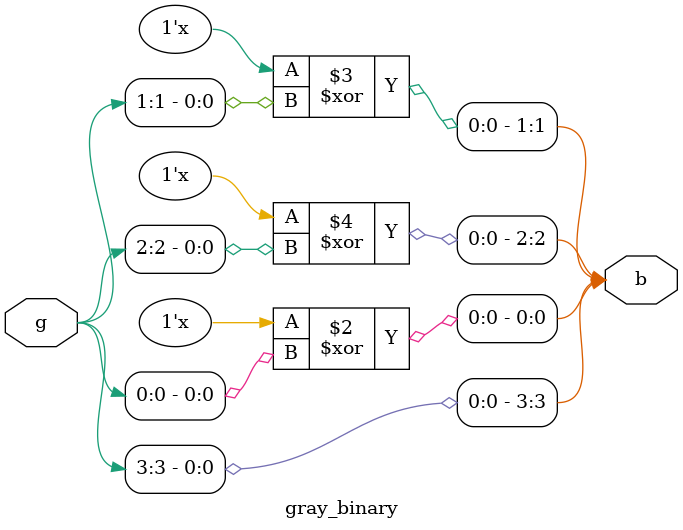
<source format=v>
module gray_binary (b,g);

  input [3:0]g;
  output reg [3:0]b;

always @(*) begin 
  
  b[0]=b[1]^g[0];   
  b[1]=b[2]^g[1];
  b[2]=b[3]^g[2];
  b[3]=g[3];

end 

endmodule
</source>
